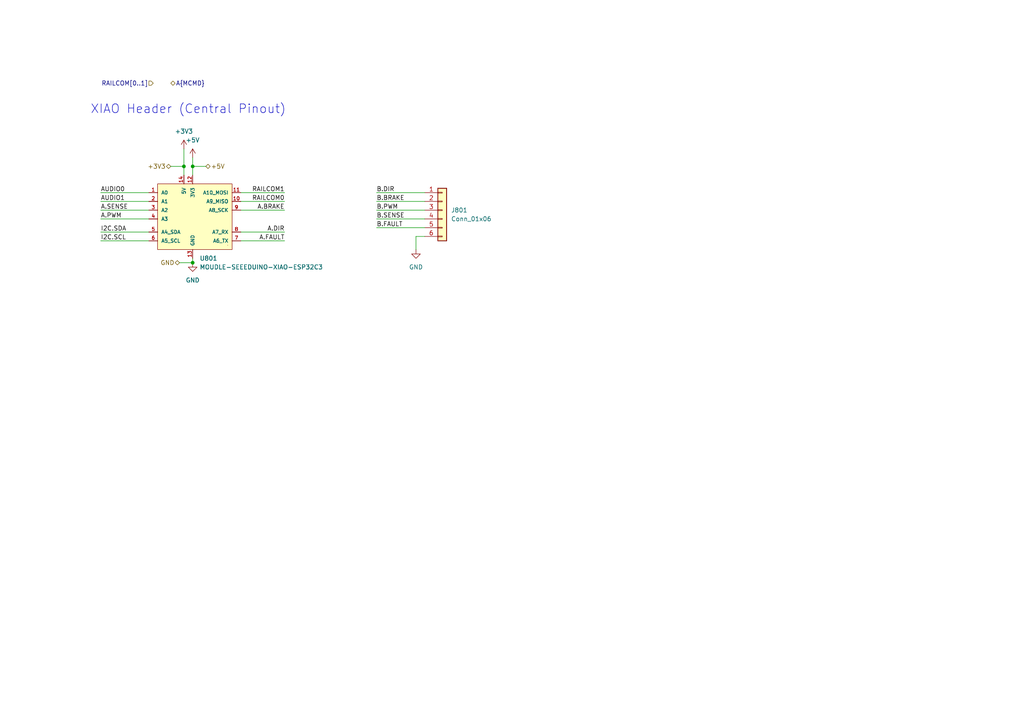
<source format=kicad_sch>
(kicad_sch (version 20231120) (generator "eeschema") (generator_version "8.0")
  (paper "A4")
  (lib_symbols
    (symbol "Connector_Generic:Conn_01x06" (pin_names (offset 1.016) hide)
      (property "Reference" "J" (at 0 7.62 0))
      (property "Value" "Conn_01x06" (at 0 -10.16 0))
      (symbol "Conn_01x06_1_1"
        (rectangle (start -1.27 -7.493) (end 0 -7.747) (stroke (width 0.1524)))
        (rectangle (start -1.27 -4.953) (end 0 -5.207) (stroke (width 0.1524)))
        (rectangle (start -1.27 -2.413) (end 0 -2.667) (stroke (width 0.1524)))
        (rectangle (start -1.27 0.127) (end 0 -0.127) (stroke (width 0.1524)))
        (rectangle (start -1.27 2.667) (end 0 2.413) (stroke (width 0.1524)))
        (rectangle (start -1.27 5.207) (end 0 4.953) (stroke (width 0.1524)))
        (rectangle (start -1.27 6.35) (end 1.27 -8.89) (stroke (width 0.254)) (fill (type background)))
        (pin passive line (at -5.08 5.08 0) (length 3.81) (name "Pin_1") (number "1"))
        (pin passive line (at -5.08 2.54 0) (length 3.81) (name "Pin_2") (number "2"))
        (pin passive line (at -5.08 0 0) (length 3.81) (name "Pin_3") (number "3"))
        (pin passive line (at -5.08 -2.54 0) (length 3.81) (name "Pin_4") (number "4"))
        (pin passive line (at -5.08 -5.08 0) (length 3.81) (name "Pin_5") (number "5"))
        (pin passive line (at -5.08 -7.62 0) (length 3.81) (name "Pin_6") (number "6"))
      )
    )
    (symbol "MOUDLE-SEEEDUINO-XIAO-ESP32C3:MOUDLE-SEEEDUINO-XIAO-ESP32C3" (pin_names (offset 1.016))
      (property "Reference" "U" (at -21.59 15.24 0))
      (property "Value" "MOUDLE-SEEEDUINO-XIAO-ESP32C3" (at -21.59 12.954 0))
      (symbol "MOUDLE-SEEEDUINO-XIAO-ESP32C3_0_1"
        (rectangle (start -1.27 -5.08) (end -1.27 -5.08))
      )
      (symbol "MOUDLE-SEEEDUINO-XIAO-ESP32C3_1_0"
        (pin bidirectional line (at -24.13 10.16 0) (length 2.54) (name "A0") (number "1"))
        (pin bidirectional line (at 2.54 7.62 180) (length 2.54) (name "A9_MISO") (number "10"))
        (pin bidirectional line (at 2.54 10.16 180) (length 2.54) (name "A10_MOSI") (number "11"))
        (pin power_in line (at -11.43 15.24 270) (length 2.54) (name "3V3") (number "12"))
        (pin power_in line (at -11.43 -8.89 90) (length 2.54) (name "GND") (number "13"))
        (pin power_in line (at -13.97 15.24 270) (length 2.54) (name "5V") (number "14"))
        (pin bidirectional line (at -24.13 7.62 0) (length 2.54) (name "A1") (number "2"))
        (pin bidirectional line (at -24.13 5.08 0) (length 2.54) (name "A2") (number "3"))
        (pin bidirectional line (at -24.13 2.54 0) (length 2.54) (name "A3") (number "4"))
        (pin bidirectional line (at -24.13 -1.27 0) (length 2.54) (name "A4_SDA") (number "5"))
        (pin bidirectional line (at -24.13 -3.81 0) (length 2.54) (name "A5_SCL") (number "6"))
        (pin bidirectional line (at 2.54 -3.81 180) (length 2.54) (name "A6_TX") (number "7"))
        (pin bidirectional line (at 2.54 -1.27 180) (length 2.54) (name "A7_RX") (number "8"))
        (pin bidirectional line (at 2.54 5.08 180) (length 2.54) (name "A8_SCK") (number "9"))
      )
      (symbol "MOUDLE-SEEEDUINO-XIAO-ESP32C3_1_1"
        (rectangle (start -21.59 12.7) (end 0 -6.35) (fill (type background)))
      )
    )
    (symbol "power:+3V3" (power) (pin_names (offset 0))
      (property "Value" "+3V3" (at 0 3.556 0))
      (symbol "+3V3_0_1"
        (polyline (pts (xy -0.762 1.27) (xy 0 2.54)))
        (polyline (pts (xy 0 0) (xy 0 2.54)))
        (polyline (pts (xy 0 2.54) (xy 0.762 1.27)))
      )
      (symbol "+3V3_1_1"
        (pin power_in line (at 0 0 90) (length 0) hide (name "+3V3") (number "1"))
      )
    )
    (symbol "power:+5V" (power) (pin_names (offset 0))
      (property "Value" "+5V" (at 0 3.556 0))
      (symbol "+5V_0_1"
        (polyline (pts (xy -0.762 1.27) (xy 0 2.54)))
        (polyline (pts (xy 0 0) (xy 0 2.54)))
        (polyline (pts (xy 0 2.54) (xy 0.762 1.27)))
      )
      (symbol "+5V_1_1"
        (pin power_in line (at 0 0 90) (length 0) hide (name "+5V") (number "1"))
      )
    )
    (symbol "power:GND" (power) (pin_names (offset 0))
      (property "Value" "GND" (at 0 -3.81 0))
      (symbol "GND_0_1"
        (polyline (pts (xy 0 0) (xy 0 -1.27) (xy 1.27 -1.27) (xy 0 -2.54) (xy -1.27 -1.27) (xy 0 -1.27)))
      )
      (symbol "GND_1_1"
        (pin power_in line (at 0 0 270) (length 0) hide (name "GND") (number "1"))
      )
    )
  )
  (junction (at 55.88 76.2))
  (junction (at 55.88 48.26))
  (junction (at 53.34 48.26))
  (wire (pts (xy 55.88 48.26) (xy 55.88 45.72)))
  (wire (pts (xy 29.21 67.31) (xy 43.18 67.31)))
  (wire (pts (xy 55.88 48.26) (xy 59.69 48.26)))
  (wire (pts (xy 69.85 60.96) (xy 82.55 60.96)))
  (wire (pts (xy 29.21 60.96) (xy 43.18 60.96)))
  (wire (pts (xy 69.85 69.85) (xy 82.55 69.85)))
  (wire (pts (xy 29.21 58.42) (xy 43.18 58.42)))
  (wire (pts (xy 109.22 66.04) (xy 123.19 66.04)))
  (wire (pts (xy 120.65 68.58) (xy 120.65 72.39)))
  (wire (pts (xy 109.22 55.88) (xy 123.19 55.88)))
  (wire (pts (xy 109.22 63.5) (xy 123.19 63.5)))
  (wire (pts (xy 69.85 55.88) (xy 82.55 55.88)))
  (wire (pts (xy 53.34 48.26) (xy 53.34 50.8)))
  (wire (pts (xy 29.21 63.5) (xy 43.18 63.5)))
  (wire (pts (xy 29.21 69.85) (xy 43.18 69.85)))
  (wire (pts (xy 120.65 68.58) (xy 123.19 68.58)))
  (wire (pts (xy 53.34 48.26) (xy 49.53 48.26)))
  (wire (pts (xy 123.19 58.42) (xy 109.22 58.42)))
  (wire (pts (xy 53.34 43.18) (xy 53.34 48.26)))
  (wire (pts (xy 69.85 67.31) (xy 82.55 67.31)))
  (wire (pts (xy 29.21 55.88) (xy 43.18 55.88)))
  (wire (pts (xy 109.22 60.96) (xy 123.19 60.96)))
  (wire (pts (xy 55.88 50.8) (xy 55.88 48.26)))
  (wire (pts (xy 55.88 74.93) (xy 55.88 76.2)))
  (wire (pts (xy 69.85 58.42) (xy 82.55 58.42)))
  (wire (pts (xy 55.88 76.2) (xy 52.07 76.2)))
  (text "XIAO Header (Central Pinout)" (at 54.61 31.75 0) (effects (font (size 2.54 2.54))))
  (label "I2C.SDA" (at 29.21 67.31 0))
  (label "B.BRAKE" (at 109.22 58.42 0))
  (label "B.PWM" (at 109.22 60.96 0))
  (label "B.SENSE" (at 109.22 63.5 0))
  (label "B.DIR" (at 109.22 55.88 0))
  (label "A.DIR" (at 82.55 67.31 180))
  (label "A.FAULT" (at 82.55 69.85 180))
  (label "A.PWM" (at 29.21 63.5 0))
  (label "B.FAULT" (at 109.22 66.04 0))
  (label "AUDIO1" (at 29.21 58.42 0))
  (label "I2C.SCL" (at 29.21 69.85 0))
  (label "A.BRAKE" (at 82.55 60.96 180))
  (label "A.SENSE" (at 29.21 60.96 0))
  (label "AUDIO0" (at 29.21 55.88 0))
  (label "RAILCOM0" (at 82.55 58.42 180))
  (label "RAILCOM1" (at 82.55 55.88 180))
  (hierarchical_label "+3V3" (shape bidirectional) (at 49.53 48.26 180))
  (hierarchical_label "RAILCOM[0..1]" (shape input) (at 44.45 24.13 180))
  (hierarchical_label "+5V" (shape bidirectional) (at 59.69 48.26 0))
  (hierarchical_label "A{MCMD}" (shape bidirectional) (at 49.53 24.13 0))
  (hierarchical_label "GND" (shape bidirectional) (at 52.07 76.2 180))
  (symbol (lib_id "power:+3V3") (at 53.34 43.18 0) (unit 1)
    (property "Reference" "#PWR0801" (effects (hide yes)))
    (property "Value" "+3V3" (at 53.34 38.1 0))
    (property "Description" "Power symbol creates a global label with name \"+3V3\"" (effects (hide yes)))
  )
  (symbol (lib_id "power:GND") (at 120.65 72.39 0) (unit 1)
    (property "Reference" "#PWR0804" (effects (hide yes)))
    (property "Value" "GND" (at 120.65 77.47 0))
    (property "Description" "Power symbol creates a global label with name \"GND\" , ground" (effects (hide yes)))
  )
  (symbol (lib_id "MOUDLE-SEEEDUINO-XIAO-ESP32C3:MOUDLE-SEEEDUINO-XIAO-ESP32C3") (at 67.31 66.04 0) (unit 1)
    (property "Reference" "U801" (at 57.8994 74.93 0) (effects (justify left)))
    (property "Value" "MOUDLE-SEEEDUINO-XIAO-ESP32C3" (at 57.8994 77.47 0) (effects (justify left)))
    (property "Footprint" "xiao ESP32C3_PCB:MOUDLE14P-SMD-2.54-21X17.8MM" (effects (hide yes)))
  )
  (symbol (lib_id "Connector_Generic:Conn_01x06") (at 128.27 60.96 0) (unit 1)
    (property "Reference" "J801" (at 130.81 60.9599 0) (effects (justify left)))
    (property "Value" "Conn_01x06" (at 130.81 63.4999 0) (effects (justify left)))
    (property "Footprint" "Connector_PinSocket_1.27mm:PinSocket_1x06_P1.27mm_Vertical" (effects (hide yes)))
    (property "Description" "Generic connector, single row, 01x06, script generated (kicad-library-utils/schlib/autogen/connector/)" (effects (hide yes)))
  )
  (symbol (lib_id "power:GND") (at 55.88 76.2 0) (unit 1)
    (property "Reference" "#PWR0803" (effects (hide yes)))
    (property "Value" "GND" (at 55.88 81.28 0))
    (property "Description" "Power symbol creates a global label with name \"GND\" , ground" (effects (hide yes)))
  )
  (symbol (lib_id "power:+5V") (at 55.88 45.72 0) (unit 1)
    (property "Reference" "#PWR0802" (effects (hide yes)))
    (property "Value" "+5V" (at 55.88 40.64 0))
    (property "Description" "Power symbol creates a global label with name \"+5V\"" (effects (hide yes)))
  )
)
</source>
